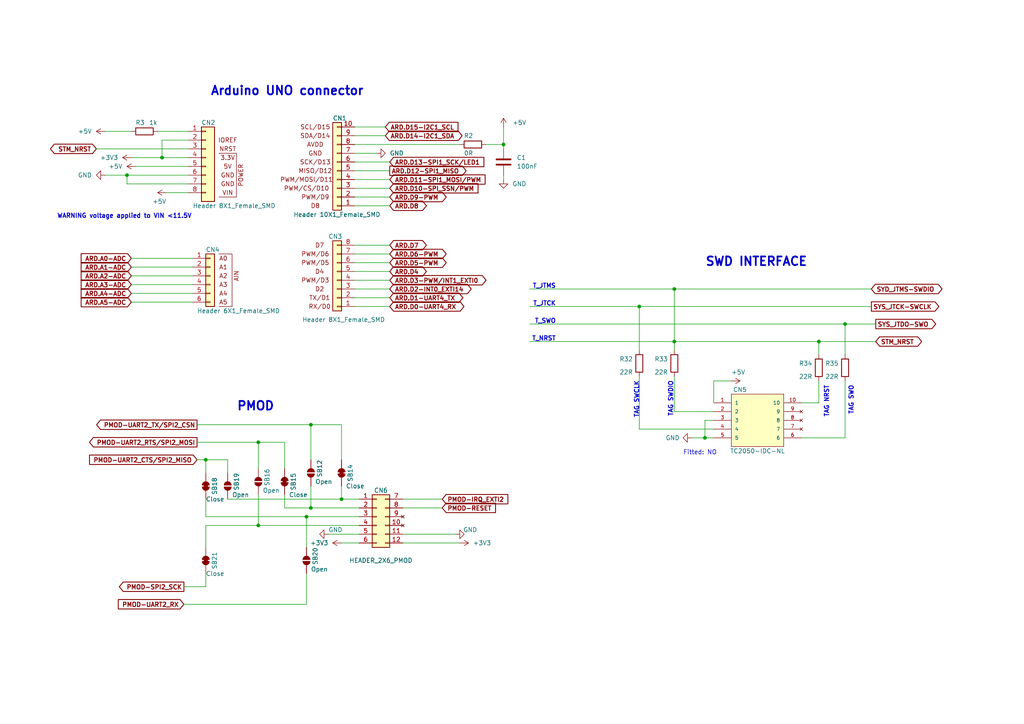
<source format=kicad_sch>
(kicad_sch (version 20211123) (generator eeschema)
  (paper "A4")
  (lib_symbols
    (symbol "+5V_1" (power) (pin_names (offset 0))
      (property "Value" "+5V_1" (at 0 3.556 0))
      (symbol "+5V_1_0_1"
        (polyline (pts (xy -0.762 1.27) (xy 0 2.54)))
        (polyline (pts (xy 0 0) (xy 0 2.54)))
        (polyline (pts (xy 0 2.54) (xy 0.762 1.27)))
      )
      (symbol "+5V_1_1_1"
        (pin power_in line (at 0 0 90) (length 0) hide (name "+5V") (number "1"))
      )
    )
    (symbol "+5V_2" (power) (pin_names (offset 0))
      (property "Value" "+5V_2" (at -3.81 0.0001 90))
      (symbol "+5V_2_0_1"
        (polyline (pts (xy -0.762 1.27) (xy 0 2.54)))
        (polyline (pts (xy 0 0) (xy 0 2.54)))
        (polyline (pts (xy 0 2.54) (xy 0.762 1.27)))
      )
      (symbol "+5V_2_1_1"
        (pin power_in line (at 0 0 90) (length 0) hide (name "+5V") (number "1"))
      )
    )
    (symbol "+5V_3" (power) (pin_names (offset 0))
      (property "Value" "+5V_3" (at 2.54 1.2701 0))
      (symbol "+5V_3_0_1"
        (polyline (pts (xy -0.762 1.27) (xy 0 2.54)))
        (polyline (pts (xy 0 0) (xy 0 2.54)))
        (polyline (pts (xy 0 2.54) (xy 0.762 1.27)))
      )
      (symbol "+5V_3_1_1"
        (pin power_in line (at 0 0 90) (length 0) hide (name "+5V") (number "1"))
      )
    )
    (symbol "+5V_4" (power) (pin_names (offset 0))
      (property "Value" "+5V_4" (at 3.81 0.0001 90))
      (symbol "+5V_4_0_1"
        (polyline (pts (xy -0.762 1.27) (xy 0 2.54)))
        (polyline (pts (xy 0 0) (xy 0 2.54)))
        (polyline (pts (xy 0 2.54) (xy 0.762 1.27)))
      )
      (symbol "+5V_4_1_1"
        (pin power_in line (at 0 0 90) (length 0) hide (name "+5V") (number "1"))
      )
    )
    (symbol "Conn_01x08_1" (pin_names (offset 1.016) hide)
      (property "Reference" "CN4" (at -2.54 10.16 0))
      (property "Value" "Header 8X1_Female_SMD" (at -6.35 -12.7 0))
      (symbol "Conn_01x08_1_0_0"
        (text "D2" (at -5.08 -5.08 0) (effects (font (size 1.27 1.27))))
        (text "D4" (at -5.08 0 0) (effects (font (size 1.27 1.27))))
        (text "D7" (at -5.08 7.62 0) (effects (font (size 1.27 1.27))))
        (text "PWM/D3" (at -6.35 -2.54 0) (effects (font (size 1.27 1.27))))
        (text "PWM/D5" (at -6.35 2.54 0) (effects (font (size 1.27 1.27))))
        (text "PWM/D6" (at -6.35 5.08 0) (effects (font (size 1.27 1.27))))
        (text "RX/D0" (at -5.08 -10.16 0) (effects (font (size 1.27 1.27))))
        (text "TX/D1" (at -5.08 -7.62 0) (effects (font (size 1.27 1.27))))
      )
      (symbol "Conn_01x08_1_1_1"
        (rectangle (start -1.27 8.89) (end 1.27 -11.43) (stroke (width 0.254)) (fill (type background)))
        (rectangle (start 0 -10.287) (end 1.27 -10.033) (stroke (width 0.1524)))
        (rectangle (start 0 -7.747) (end 1.27 -7.493) (stroke (width 0.1524)))
        (rectangle (start 0 -5.207) (end 1.27 -4.953) (stroke (width 0.1524)))
        (rectangle (start 0 -2.667) (end 1.27 -2.413) (stroke (width 0.1524)))
        (rectangle (start 0 -0.127) (end 1.27 0.127) (stroke (width 0.1524)))
        (rectangle (start 0 2.413) (end 1.27 2.667) (stroke (width 0.1524)))
        (rectangle (start 0 4.953) (end 1.27 5.207) (stroke (width 0.1524)))
        (rectangle (start 0 7.493) (end 1.27 7.747) (stroke (width 0.1524)))
        (pin output line (at 5.08 -10.16 180) (length 3.81) (name "Pin_1") (number "1"))
        (pin input line (at 5.08 -7.62 180) (length 3.81) (name "Pin_2") (number "2"))
        (pin bidirectional line (at 5.08 -5.08 180) (length 3.81) (name "Pin_3") (number "3"))
        (pin bidirectional line (at 5.08 -2.54 180) (length 3.81) (name "Pin_4") (number "4"))
        (pin bidirectional line (at 5.08 0 180) (length 3.81) (name "Pin_5") (number "5"))
        (pin bidirectional line (at 5.08 2.54 180) (length 3.81) (name "Pin_6") (number "6"))
        (pin bidirectional line (at 5.08 5.08 180) (length 3.81) (name "Pin_7") (number "7"))
        (pin bidirectional line (at 5.08 7.62 180) (length 3.81) (name "Pin_8") (number "8"))
      )
    )
    (symbol "Connector_Generic:Conn_01x06" (pin_names (offset 1.016) hide)
      (property "Reference" "CN4" (at -1.27 7.62 0))
      (property "Value" "Header 6X1_Female_SMD" (at -3.81 -10.16 0))
      (symbol "Conn_01x06_0_0"
        (polyline (pts (xy 2.54 6.35) (xy 6.35 6.35) (xy 6.35 -8.89) (xy 2.54 -8.89)))
        (text "A0" (at 3.81 5.08 0) (effects (font (size 1.27 1.27))))
        (text "A1" (at 3.81 2.54 0) (effects (font (size 1.27 1.27))))
        (text "A2" (at 3.81 0 0) (effects (font (size 1.27 1.27))))
        (text "A3" (at 3.81 -2.54 0) (effects (font (size 1.27 1.27))))
        (text "A4" (at 3.81 -5.08 0) (effects (font (size 1.27 1.27))))
        (text "A5" (at 3.81 -7.62 0) (effects (font (size 1.27 1.27))))
        (text "AIN" (at 7.62 0 900) (effects (font (size 1.27 1.27))))
      )
      (symbol "Conn_01x06_1_1"
        (rectangle (start -1.27 -7.493) (end 0 -7.747) (stroke (width 0.1524)))
        (rectangle (start -1.27 -4.953) (end 0 -5.207) (stroke (width 0.1524)))
        (rectangle (start -1.27 -2.413) (end 0 -2.667) (stroke (width 0.1524)))
        (rectangle (start -1.27 0.127) (end 0 -0.127) (stroke (width 0.1524)))
        (rectangle (start -1.27 2.667) (end 0 2.413) (stroke (width 0.1524)))
        (rectangle (start -1.27 5.207) (end 0 4.953) (stroke (width 0.1524)))
        (rectangle (start -1.27 6.35) (end 1.27 -8.89) (stroke (width 0.254)) (fill (type background)))
        (pin input line (at -5.08 5.08 0) (length 3.81) (name "Pin_1") (number "1"))
        (pin input line (at -5.08 2.54 0) (length 3.81) (name "Pin_2") (number "2"))
        (pin input line (at -5.08 0 0) (length 3.81) (name "Pin_3") (number "3"))
        (pin input line (at -5.08 -2.54 0) (length 3.81) (name "Pin_4") (number "4"))
        (pin input line (at -5.08 -5.08 0) (length 3.81) (name "Pin_5") (number "5"))
        (pin input line (at -5.08 -7.62 0) (length 3.81) (name "Pin_6") (number "6"))
      )
    )
    (symbol "Connector_Generic:Conn_01x08" (pin_names (offset 1.016) hide)
      (property "Reference" "CN1" (at -1.27 10.16 0))
      (property "Value" "Header 8X1_Female_SMD" (at -3.81 -13.97 0))
      (symbol "Conn_01x08_0_0"
        (polyline (pts (xy 3.81 1.27) (xy 8.89 1.27) (xy 8.89 -11.43) (xy 3.81 -11.43)))
        (text "3.3V" (at 6.35 0 0) (effects (font (size 1.27 1.27))))
        (text "5V" (at 6.35 -2.54 0) (effects (font (size 1.27 1.27))))
        (text "GND" (at 6.35 -7.62 0) (effects (font (size 1.27 1.27))))
        (text "GND" (at 6.35 -5.08 0) (effects (font (size 1.27 1.27))))
        (text "IOREF" (at 6.35 5.08 0) (effects (font (size 1.27 1.27))))
        (text "NRST" (at 6.35 2.54 0) (effects (font (size 1.27 1.27))))
        (text "POWER" (at 10.16 -5.08 900) (effects (font (size 1.27 1.27))))
        (text "VIN" (at 6.35 -10.16 0) (effects (font (size 1.27 1.27))))
      )
      (symbol "Conn_01x08_1_1"
        (rectangle (start -1.27 -10.033) (end 0 -10.287) (stroke (width 0.1524)))
        (rectangle (start -1.27 -7.493) (end 0 -7.747) (stroke (width 0.1524)))
        (rectangle (start -1.27 -4.953) (end 0 -5.207) (stroke (width 0.1524)))
        (rectangle (start -1.27 -2.413) (end 0 -2.667) (stroke (width 0.1524)))
        (rectangle (start -1.27 0.127) (end 0 -0.127) (stroke (width 0.1524)))
        (rectangle (start -1.27 2.667) (end 0 2.413) (stroke (width 0.1524)))
        (rectangle (start -1.27 5.207) (end 0 4.953) (stroke (width 0.1524)))
        (rectangle (start -1.27 7.747) (end 0 7.493) (stroke (width 0.1524)))
        (rectangle (start -1.27 8.89) (end 2.54 -12.7) (stroke (width 0.254)) (fill (type background)))
        (pin input line (at -5.08 7.62 0) (length 3.81) (name "Pin_1") (number "1"))
        (pin input line (at -5.08 5.08 0) (length 3.81) (name "IOREF") (number "2"))
        (pin bidirectional line (at -5.08 2.54 0) (length 3.81) (name "NRST") (number "3"))
        (pin input line (at -5.08 0 0) (length 3.81) (name "3V3") (number "4"))
        (pin input line (at -5.08 -2.54 0) (length 3.81) (name "Pin_5") (number "5"))
        (pin input line (at -5.08 -5.08 0) (length 3.81) (name "Pin_6") (number "6"))
        (pin input line (at -5.08 -7.62 0) (length 3.81) (name "GND") (number "7"))
        (pin input line (at -5.08 -10.16 0) (length 3.81) (name "VIN") (number "8"))
      )
    )
    (symbol "Connector_Generic:Conn_01x10" (pin_names (offset 1.016) hide)
      (property "Reference" "CN1" (at -1.27 12.7 0))
      (property "Value" "Header 10X1_Female_SMD" (at -3.81 -15.24 0))
      (symbol "Conn_01x10_0_0"
        (text "AVDD" (at -6.35 5.08 0) (effects (font (size 1.27 1.27))))
        (text "D8" (at -6.35 -12.7 0) (effects (font (size 1.27 1.27))))
        (text "GND" (at -6.35 2.54 0) (effects (font (size 1.27 1.27))))
        (text "MISO/D12" (at -6.35 -2.54 0) (effects (font (size 1.27 1.27))))
        (text "PWM/CS/D10" (at -8.89 -7.62 0) (effects (font (size 1.27 1.27))))
        (text "PWM/D9" (at -6.35 -10.16 0) (effects (font (size 1.27 1.27))))
        (text "PWM/MOSI/D11" (at -8.89 -5.08 0) (effects (font (size 1.27 1.27))))
        (text "SCK/D13" (at -6.35 0 0) (effects (font (size 1.27 1.27))))
        (text "SCL/D15" (at -6.35 10.16 0) (effects (font (size 1.27 1.27))))
        (text "SDA/D14" (at -6.35 7.62 0) (effects (font (size 1.27 1.27))))
      )
      (symbol "Conn_01x10_1_1"
        (rectangle (start -1.27 11.43) (end 1.27 -13.97) (stroke (width 0.254)) (fill (type background)))
        (rectangle (start 0 -12.827) (end 1.27 -12.573) (stroke (width 0.1524)))
        (rectangle (start 0 -10.287) (end 1.27 -10.033) (stroke (width 0.1524)))
        (rectangle (start 0 -7.747) (end 1.27 -7.493) (stroke (width 0.1524)))
        (rectangle (start 0 -5.207) (end 1.27 -4.953) (stroke (width 0.1524)))
        (rectangle (start 0 -2.667) (end 1.27 -2.413) (stroke (width 0.1524)))
        (rectangle (start 0 -0.127) (end 1.27 0.127) (stroke (width 0.1524)))
        (rectangle (start 0 2.413) (end 1.27 2.667) (stroke (width 0.1524)))
        (rectangle (start 0 4.953) (end 1.27 5.207) (stroke (width 0.1524)))
        (rectangle (start 0 7.493) (end 1.27 7.747) (stroke (width 0.1524)))
        (rectangle (start 0 10.033) (end 1.27 10.287) (stroke (width 0.1524)))
        (pin bidirectional line (at 5.08 -12.7 180) (length 3.81) (name "Pin_1") (number "1"))
        (pin input line (at 5.08 10.16 180) (length 3.81) (name "Pin_10") (number "10"))
        (pin bidirectional line (at 5.08 -10.16 180) (length 3.81) (name "Pin_2") (number "2"))
        (pin input line (at 5.08 -7.62 180) (length 3.81) (name "Pin_3") (number "3"))
        (pin input line (at 5.08 -5.08 180) (length 3.81) (name "Pin_4") (number "4"))
        (pin output line (at 5.08 -2.54 180) (length 3.81) (name "Pin_5") (number "5"))
        (pin input line (at 5.08 0 180) (length 3.81) (name "Pin_6") (number "6"))
        (pin input line (at 5.08 2.54 180) (length 3.81) (name "Pin_7") (number "7"))
        (pin input line (at 5.08 5.08 180) (length 3.81) (name "Pin_8") (number "8"))
        (pin bidirectional line (at 5.08 7.62 180) (length 3.81) (name "Pin_9") (number "9"))
      )
    )
    (symbol "Connector_Generic:Conn_02x06_Top_Bottom" (pin_names (offset 1.016) hide)
      (property "Reference" "CN10" (at 1.27 7.62 0))
      (property "Value" "HEADER_2X6_PMOD" (at 1.27 -12.7 0))
      (symbol "Conn_02x06_Top_Bottom_1_1"
        (rectangle (start -1.27 -7.493) (end 0 -7.747) (stroke (width 0.1524)))
        (rectangle (start -1.27 -4.953) (end 0 -5.207) (stroke (width 0.1524)))
        (rectangle (start -1.27 -2.413) (end 0 -2.667) (stroke (width 0.1524)))
        (rectangle (start -1.27 0.127) (end 0 -0.127) (stroke (width 0.1524)))
        (rectangle (start -1.27 2.667) (end 0 2.413) (stroke (width 0.1524)))
        (rectangle (start -1.27 5.207) (end 0 4.953) (stroke (width 0.1524)))
        (rectangle (start -1.27 6.35) (end 3.81 -8.89) (stroke (width 0.254)) (fill (type background)))
        (rectangle (start 3.81 -7.493) (end 2.54 -7.747) (stroke (width 0.1524)))
        (rectangle (start 3.81 -4.953) (end 2.54 -5.207) (stroke (width 0.1524)))
        (rectangle (start 3.81 -2.413) (end 2.54 -2.667) (stroke (width 0.1524)))
        (rectangle (start 3.81 0.127) (end 2.54 -0.127) (stroke (width 0.1524)))
        (rectangle (start 3.81 2.667) (end 2.54 2.413) (stroke (width 0.1524)))
        (rectangle (start 3.81 5.207) (end 2.54 4.953) (stroke (width 0.1524)))
        (pin passive line (at -5.08 5.08 0) (length 3.81) (name "Pin_1") (number "1"))
        (pin no_connect line (at 7.62 -2.54 180) (length 3.81) (name "Pin_10") (number "10"))
        (pin passive line (at 7.62 -5.08 180) (length 3.81) (name "Pin_11") (number "11"))
        (pin passive line (at 7.62 -7.62 180) (length 3.81) (name "Pin_12") (number "12"))
        (pin passive line (at -5.08 2.54 0) (length 3.81) (name "Pin_2") (number "2"))
        (pin passive line (at -5.08 0 0) (length 3.81) (name "Pin_3") (number "3"))
        (pin passive line (at -5.08 -2.54 0) (length 3.81) (name "Pin_4") (number "4"))
        (pin passive line (at -5.08 -5.08 0) (length 3.81) (name "Pin_5") (number "5"))
        (pin passive line (at -5.08 -7.62 0) (length 3.81) (name "Pin_6") (number "6"))
        (pin passive line (at 7.62 5.08 180) (length 3.81) (name "Pin_7") (number "7"))
        (pin passive line (at 7.62 2.54 180) (length 3.81) (name "Pin_8") (number "8"))
        (pin no_connect line (at 7.62 0 180) (length 3.81) (name "Pin_9") (number "9"))
      )
    )
    (symbol "Device:C" (pin_numbers hide) (pin_names (offset 0.254))
      (property "Reference" "C" (at 0.635 2.54 0))
      (property "Value" "C" (at 0.635 -2.54 0))
      (symbol "C_0_1"
        (polyline (pts (xy -2.032 -0.762) (xy 2.032 -0.762)) (stroke (width 0.508)))
        (polyline (pts (xy -2.032 0.762) (xy 2.032 0.762)) (stroke (width 0.508)))
      )
      (symbol "C_1_1"
        (pin passive line (at 0 3.81 270) (length 2.794) (name "~") (number "1"))
        (pin passive line (at 0 -3.81 90) (length 2.794) (name "~") (number "2"))
      )
    )
    (symbol "Device:R" (pin_numbers hide) (pin_names (offset 0))
      (property "Reference" "R" (at 2.032 0 90))
      (property "Value" "R" (at 0 0 90))
      (symbol "R_0_1"
        (rectangle (start -1.016 -2.54) (end 1.016 2.54) (stroke (width 0.254)))
      )
      (symbol "R_1_1"
        (pin passive line (at 0 3.81 270) (length 1.27) (name "~") (number "1"))
        (pin passive line (at 0 -3.81 90) (length 1.27) (name "~") (number "2"))
      )
    )
    (symbol "Jumper:SolderJumper_2_Bridged" (pin_names (offset 0) hide)
      (property "Reference" "SB18" (at 2.54 2.54 0))
      (property "Value" "Close" (at 0 -3.81 90))
      (symbol "SolderJumper_2_Bridged_0_1"
        (rectangle (start -0.508 0.508) (end 0.508 -0.508) (fill (type outline)))
        (arc (start -0.254 1.016) (mid -1.27 0) (end -0.254 -1.016))
        (arc (start -0.254 1.016) (mid -1.27 0) (end -0.254 -1.016) (fill (type outline)))
        (polyline (pts (xy -0.254 1.016) (xy -0.254 -1.016)))
        (polyline (pts (xy 0.254 1.016) (xy 0.254 -1.016)))
        (arc (start 0.254 -1.016) (mid 1.27 0) (end 0.254 1.016))
        (arc (start 0.254 -1.016) (mid 1.27 0) (end 0.254 1.016) (fill (type outline)))
      )
      (symbol "SolderJumper_2_Bridged_1_1"
        (pin passive line (at -3.81 0 0) (length 2.54) (name "A") (number ""))
        (pin passive line (at 3.81 0 180) (length 2.54) (name "B") (number ""))
      )
    )
    (symbol "SolderJumper_2_Open_1" (pin_names (offset 0) hide)
      (property "Reference" "SB19" (at 2.54 3.81 0))
      (property "Value" "SolderJumper_2_Open_1" (at 2.54 -2.54 90))
      (symbol "SolderJumper_2_Open_1_0_1"
        (arc (start -0.254 1.016) (mid -1.27 0) (end -0.254 -1.016))
        (arc (start -0.254 1.016) (mid -1.27 0) (end -0.254 -1.016) (fill (type outline)))
        (polyline (pts (xy -0.254 1.016) (xy -0.254 -1.016)))
        (polyline (pts (xy 0.254 1.016) (xy 0.254 -1.016)))
        (arc (start 0.254 -1.016) (mid 1.27 0) (end 0.254 1.016))
        (arc (start 0.254 -1.016) (mid 1.27 0) (end 0.254 1.016) (fill (type outline)))
      )
      (symbol "SolderJumper_2_Open_1_1_1"
        (pin passive line (at -3.81 0 0) (length 2.54) (name "A") (number ""))
        (pin passive line (at 3.81 0 180) (length 2.54) (name "B") (number ""))
      )
    )
    (symbol "SolderJumper_2_Open_2" (pin_names (offset 0) hide)
      (property "Reference" "SB16" (at 3.81 2.54 0))
      (property "Value" "SolderJumper_2_Open_2" (at 2.54 -3.81 90))
      (symbol "SolderJumper_2_Open_2_0_1"
        (arc (start -0.254 1.016) (mid -1.27 0) (end -0.254 -1.016))
        (arc (start -0.254 1.016) (mid -1.27 0) (end -0.254 -1.016) (fill (type outline)))
        (polyline (pts (xy -0.254 1.016) (xy -0.254 -1.016)))
        (polyline (pts (xy 0.254 1.016) (xy 0.254 -1.016)))
        (arc (start 0.254 -1.016) (mid 1.27 0) (end 0.254 1.016))
        (arc (start 0.254 -1.016) (mid 1.27 0) (end 0.254 1.016) (fill (type outline)))
      )
      (symbol "SolderJumper_2_Open_2_1_1"
        (pin passive line (at -3.81 0 0) (length 2.54) (name "A") (number ""))
        (pin passive line (at 3.81 0 180) (length 2.54) (name "B") (number ""))
      )
    )
    (symbol "TC2050-IDC-NL:TC2050-IDC-NL" (pin_names (offset 1.016))
      (property "Reference" "CN5" (at -5.08 8.89 0))
      (property "Value" "TC2050-IDC-NL" (at 0 -8.89 0))
      (symbol "TC2050-IDC-NL_0_0"
        (rectangle (start -7.62 -7.62) (end 7.62 7.62) (stroke (width 0.1524)) (fill (type background)))
        (pin passive line (at -12.7 5.08 0) (length 5.08) (name "1") (number "1"))
        (pin passive line (at 12.7 5.08 180) (length 5.08) (name "10") (number "10"))
        (pin passive line (at -12.7 2.54 0) (length 5.08) (name "2") (number "2"))
        (pin passive line (at -12.7 0 0) (length 5.08) (name "3") (number "3"))
        (pin passive line (at -12.7 -2.54 0) (length 5.08) (name "4") (number "4"))
        (pin passive line (at -12.7 -5.08 0) (length 5.08) (name "5") (number "5"))
        (pin input line (at 12.7 -5.08 180) (length 5.08) (name "6") (number "6"))
        (pin no_connect line (at 12.7 -2.54 180) (length 5.08) (name "7") (number "7"))
        (pin no_connect line (at 12.7 0 180) (length 5.08) (name "8") (number "8"))
        (pin no_connect line (at 12.7 2.54 180) (length 5.08) (name "9") (number "9"))
      )
    )
    (symbol "power:+3V3" (power) (pin_names (offset 0))
      (property "Value" "+3V3" (at 0 3.556 0))
      (symbol "+3V3_0_1"
        (polyline (pts (xy -0.762 1.27) (xy 0 2.54)))
        (polyline (pts (xy 0 0) (xy 0 2.54)))
        (polyline (pts (xy 0 2.54) (xy 0.762 1.27)))
      )
      (symbol "+3V3_1_1"
        (pin power_in line (at 0 0 90) (length 0) hide (name "+3V3") (number "1"))
      )
    )
    (symbol "power:+5V" (power) (pin_names (offset 0))
      (property "Value" "5V_ARD" (at -3.81 0.0001 90))
      (symbol "+5V_0_1"
        (polyline (pts (xy -0.762 1.27) (xy 0 2.54)))
        (polyline (pts (xy 0 0) (xy 0 2.54)))
        (polyline (pts (xy 0 2.54) (xy 0.762 1.27)))
      )
      (symbol "+5V_1_1"
        (pin power_in line (at 0 0 90) (length 0) hide (name "+5V") (number "1"))
      )
    )
    (symbol "power:GND" (power) (pin_names (offset 0))
      (property "Value" "GND" (at 0 -3.81 0))
      (symbol "GND_0_1"
        (polyline (pts (xy 0 0) (xy 0 -1.27) (xy 1.27 -1.27) (xy 0 -2.54) (xy -1.27 -1.27) (xy 0 -1.27)))
      )
      (symbol "GND_1_1"
        (pin power_in line (at 0 0 270) (length 0) hide (name "GND") (number "1"))
      )
    )
  )
  (junction (at 74.93 128.27))
  (junction (at 99.06 144.78))
  (junction (at 195.58 99.06))
  (junction (at 204.47 127))
  (junction (at 245.11 93.98))
  (junction (at 74.93 152.4))
  (junction (at 90.17 123.19))
  (junction (at 88.9 149.86))
  (junction (at 36.83 50.8))
  (junction (at 185.42 88.9))
  (junction (at 59.69 133.35))
  (junction (at 46.99 45.72))
  (junction (at 146.05 41.91))
  (junction (at 195.58 83.82))
  (junction (at 90.17 147.32))
  (junction (at 237.49 99.06))
  (wire (pts (xy 66.04 133.35) (xy 66.04 137.16)))
  (wire (pts (xy 195.58 119.38) (xy 207.01 119.38)))
  (wire (pts (xy 90.17 147.32) (xy 104.14 147.32)))
  (wire (pts (xy 237.49 99.06) (xy 237.49 102.87)))
  (wire (pts (xy 54.61 43.18) (xy 27.94 43.18)))
  (wire (pts (xy 102.87 41.91) (xy 133.35 41.91)))
  (wire (pts (xy 88.9 149.86) (xy 104.14 149.86)))
  (wire (pts (xy 99.06 133.35) (xy 99.06 123.19)))
  (wire (pts (xy 195.58 101.6) (xy 195.58 99.06)))
  (wire (pts (xy 153.67 83.82) (xy 195.58 83.82)))
  (wire (pts (xy 204.47 121.92) (xy 204.47 127)))
  (wire (pts (xy 102.87 39.37) (xy 111.76 39.37)))
  (wire (pts (xy 66.04 144.78) (xy 99.06 144.78)))
  (wire (pts (xy 102.87 86.36) (xy 113.03 86.36)))
  (wire (pts (xy 38.1 45.72) (xy 46.99 45.72)))
  (wire (pts (xy 195.58 109.22) (xy 195.58 119.38)))
  (wire (pts (xy 207.01 110.49) (xy 212.09 110.49)))
  (wire (pts (xy 200.66 127) (xy 204.47 127)))
  (wire (pts (xy 88.9 166.37) (xy 88.9 175.26)))
  (wire (pts (xy 59.69 133.35) (xy 66.04 133.35)))
  (wire (pts (xy 30.48 38.1) (xy 38.1 38.1)))
  (wire (pts (xy 195.58 83.82) (xy 195.58 99.06)))
  (wire (pts (xy 82.55 143.51) (xy 82.55 147.32)))
  (wire (pts (xy 153.67 88.9) (xy 185.42 88.9)))
  (wire (pts (xy 30.48 50.8) (xy 36.83 50.8)))
  (wire (pts (xy 36.83 50.8) (xy 54.61 50.8)))
  (wire (pts (xy 90.17 140.97) (xy 90.17 147.32)))
  (wire (pts (xy 38.1 77.47) (xy 55.88 77.47)))
  (wire (pts (xy 45.72 38.1) (xy 54.61 38.1)))
  (wire (pts (xy 146.05 41.91) (xy 146.05 43.18)))
  (wire (pts (xy 95.25 154.94) (xy 104.14 154.94)))
  (wire (pts (xy 153.67 93.98) (xy 245.11 93.98)))
  (wire (pts (xy 59.69 149.86) (xy 88.9 149.86)))
  (wire (pts (xy 57.15 133.35) (xy 59.69 133.35)))
  (wire (pts (xy 38.1 82.55) (xy 55.88 82.55)))
  (wire (pts (xy 102.87 76.2) (xy 113.03 76.2)))
  (wire (pts (xy 102.87 78.74) (xy 113.03 78.74)))
  (wire (pts (xy 116.84 154.94) (xy 132.08 154.94)))
  (wire (pts (xy 207.01 116.84) (xy 207.01 110.49)))
  (wire (pts (xy 48.26 55.88) (xy 54.61 55.88)))
  (wire (pts (xy 232.41 127) (xy 245.11 127)))
  (wire (pts (xy 102.87 81.28) (xy 113.03 81.28)))
  (wire (pts (xy 116.84 157.48) (xy 133.35 157.48)))
  (wire (pts (xy 57.15 128.27) (xy 74.93 128.27)))
  (wire (pts (xy 102.87 46.99) (xy 113.03 46.99)))
  (wire (pts (xy 90.17 123.19) (xy 99.06 123.19)))
  (wire (pts (xy 82.55 135.89) (xy 82.55 128.27)))
  (wire (pts (xy 102.87 44.45) (xy 109.22 44.45)))
  (wire (pts (xy 38.1 85.09) (xy 55.88 85.09)))
  (wire (pts (xy 38.1 74.93) (xy 55.88 74.93)))
  (wire (pts (xy 245.11 93.98) (xy 245.11 102.87)))
  (wire (pts (xy 74.93 152.4) (xy 104.14 152.4)))
  (wire (pts (xy 146.05 52.07) (xy 146.05 50.8)))
  (wire (pts (xy 245.11 110.49) (xy 245.11 127)))
  (wire (pts (xy 153.67 99.06) (xy 195.58 99.06)))
  (wire (pts (xy 102.87 73.66) (xy 113.03 73.66)))
  (wire (pts (xy 185.42 124.46) (xy 207.01 124.46)))
  (wire (pts (xy 46.99 45.72) (xy 54.61 45.72)))
  (wire (pts (xy 140.97 41.91) (xy 146.05 41.91)))
  (wire (pts (xy 39.37 48.26) (xy 54.61 48.26)))
  (wire (pts (xy 204.47 127) (xy 207.01 127)))
  (wire (pts (xy 116.84 144.78) (xy 128.27 144.78)))
  (wire (pts (xy 102.87 88.9) (xy 113.03 88.9)))
  (wire (pts (xy 59.69 144.78) (xy 59.69 149.86)))
  (wire (pts (xy 54.61 40.64) (xy 46.99 40.64)))
  (wire (pts (xy 99.06 157.48) (xy 104.14 157.48)))
  (wire (pts (xy 59.69 152.4) (xy 74.93 152.4)))
  (wire (pts (xy 237.49 110.49) (xy 237.49 116.84)))
  (wire (pts (xy 53.34 175.26) (xy 88.9 175.26)))
  (wire (pts (xy 102.87 83.82) (xy 113.03 83.82)))
  (wire (pts (xy 99.06 144.78) (xy 104.14 144.78)))
  (wire (pts (xy 195.58 83.82) (xy 252.73 83.82)))
  (wire (pts (xy 185.42 88.9) (xy 252.73 88.9)))
  (wire (pts (xy 54.61 53.34) (xy 36.83 53.34)))
  (wire (pts (xy 46.99 40.64) (xy 46.99 45.72)))
  (wire (pts (xy 102.87 36.83) (xy 111.76 36.83)))
  (wire (pts (xy 185.42 101.6) (xy 185.42 88.9)))
  (wire (pts (xy 36.83 50.8) (xy 36.83 53.34)))
  (wire (pts (xy 82.55 147.32) (xy 90.17 147.32)))
  (wire (pts (xy 102.87 71.12) (xy 113.03 71.12)))
  (wire (pts (xy 245.11 93.98) (xy 254 93.98)))
  (wire (pts (xy 88.9 149.86) (xy 88.9 158.75)))
  (wire (pts (xy 237.49 99.06) (xy 254 99.06)))
  (wire (pts (xy 38.1 87.63) (xy 55.88 87.63)))
  (wire (pts (xy 102.87 54.61) (xy 113.03 54.61)))
  (wire (pts (xy 102.87 57.15) (xy 113.03 57.15)))
  (wire (pts (xy 74.93 128.27) (xy 82.55 128.27)))
  (wire (pts (xy 59.69 158.75) (xy 59.69 152.4)))
  (wire (pts (xy 90.17 123.19) (xy 90.17 133.35)))
  (wire (pts (xy 102.87 52.07) (xy 113.03 52.07)))
  (wire (pts (xy 74.93 143.51) (xy 74.93 152.4)))
  (wire (pts (xy 207.01 121.92) (xy 204.47 121.92)))
  (wire (pts (xy 146.05 36.83) (xy 146.05 41.91)))
  (wire (pts (xy 59.69 166.37) (xy 59.69 170.18)))
  (wire (pts (xy 185.42 109.22) (xy 185.42 124.46)))
  (wire (pts (xy 38.1 80.01) (xy 55.88 80.01)))
  (wire (pts (xy 102.87 49.53) (xy 113.03 49.53)))
  (wire (pts (xy 57.15 123.19) (xy 90.17 123.19)))
  (wire (pts (xy 232.41 116.84) (xy 237.49 116.84)))
  (wire (pts (xy 99.06 140.97) (xy 99.06 144.78)))
  (wire (pts (xy 195.58 99.06) (xy 237.49 99.06)))
  (wire (pts (xy 102.87 59.69) (xy 113.03 59.69)))
  (wire (pts (xy 53.34 170.18) (xy 59.69 170.18)))
  (wire (pts (xy 74.93 128.27) (xy 74.93 135.89)))
  (wire (pts (xy 116.84 147.32) (xy 128.27 147.32)))
  (wire (pts (xy 59.69 133.35) (xy 59.69 137.16)))
  (text "WARNING voltage applied to VIN <11.5V" (at 16.51 63.5 0) (effects (font (size 1.27 1.27) bold) (justify left bottom)))
  (text "T_JTCK" (at 161.29 88.9 180) (effects (font (size 1.27 1.27) (thickness 0.254) bold) (justify right bottom)))
  (text "Arduino UNO connector" (at 60.96 27.94 0) (effects (font (size 2.5 2.5) (thickness 0.5) bold) (justify left bottom)))
  (text "TAG SWDIO\n\n\n" (at 199.39 110.49 270) (effects (font (size 1.27 1.27) (thickness 0.254) bold) (justify right bottom)))
  (text "T_JTMS\n" (at 161.29 83.82 180) (effects (font (size 1.27 1.27) (thickness 0.254) bold) (justify right bottom)))
  (text "TAG SWO\n" (at 247.65 111.76 270) (effects (font (size 1.27 1.27) (thickness 0.254) bold) (justify right bottom)))
  (text "TAG NRST\n\n" (at 242.57 111.76 270) (effects (font (size 1.27 1.27) (thickness 0.254) bold) (justify right bottom)))
  (text "PMOD\n" (at 68.58 119.38 0) (effects (font (size 2.5 2.5) (thickness 0.5) bold) (justify left bottom)))
  (text "SWD INTERFACE" (at 204.47 77.47 0) (effects (font (size 2.5 2.5) (thickness 0.5) bold) (justify left bottom)))
  (text "Fitted: NO" (at 198.12 132.08 0) (effects (font (size 1.27 1.27)) (justify left bottom)))
  (text "T_NRST\n" (at 161.29 99.06 180) (effects (font (size 1.27 1.27) (thickness 0.254) bold) (justify right bottom)))
  (text "T_SWO\n" (at 161.29 93.98 180) (effects (font (size 1.27 1.27) (thickness 0.254) bold) (justify right bottom)))
  (text "TAG SWCLK\n" (at 185.42 110.49 270) (effects (font (size 1.27 1.27) (thickness 0.254) bold) (justify right bottom)))
  (global_label "PMOD-UART2_CTS{slash}SPI2_MISO" (shape input) (at 57.15 133.35 180) (effects (font (thickness 0.254) bold)) (property "Intersheet References" "${INTERSHEET_REFS}" (effects hide)))
  (global_label "PMOD-UART2_RTS{slash}SPI2_MOSI" (shape output) (at 57.15 128.27 180) (effects (font (thickness 0.254) bold)) (property "Intersheet References" "${INTERSHEET_REFS}" (effects hide)))
  (global_label "PMOD-IRQ_EXTI2" (shape input) (at 128.27 144.78 0) (effects (font (thickness 0.254) bold)) (property "Intersheet References" "${INTERSHEET_REFS}" (effects hide)))
  (global_label "ARD.A5-ADC" (shape input) (at 38.1 87.63 180) (effects (font (thickness 0.254) bold)) (property "Intersheet References" "${INTERSHEET_REFS}" (effects hide)))
  (global_label "ARD.A4-ADC" (shape input) (at 38.1 85.09 180) (effects (font (thickness 0.254) bold)) (property "Intersheet References" "${INTERSHEET_REFS}" (effects hide)))
  (global_label "PMOD-RESET" (shape input) (at 128.27 147.32 0) (effects (font (thickness 0.254) bold)) (property "Intersheet References" "${INTERSHEET_REFS}" (effects hide)))
  (global_label "ARD.D11-SPI1_MOSI{slash}PWM" (shape input) (at 113.03 52.07 0) (effects (font (thickness 0.254) bold)) (property "Intersheet References" "${INTERSHEET_REFS}" (effects hide)))
  (global_label "PMOD-UART2_RX" (shape input) (at 53.34 175.26 180) (effects (font (thickness 0.254) bold)) (property "Intersheet References" "${INTERSHEET_REFS}" (effects hide)))
  (global_label "ARD.D13-SPI1_SCK{slash}LED1" (shape input) (at 113.03 46.99 0) (effects (font (thickness 0.254) bold)) (property "Intersheet References" "${INTERSHEET_REFS}" (effects hide)))
  (global_label "ARD.D5-PWM" (shape bidirectional) (at 113.03 76.2 0) (effects (font (thickness 0.254) bold)) (property "Intersheet References" "${INTERSHEET_REFS}" (effects hide)))
  (global_label "PMOD-SPI2_SCK" (shape output) (at 53.34 170.18 180) (effects (font (thickness 0.254) bold)) (property "Intersheet References" "${INTERSHEET_REFS}" (effects hide)))
  (global_label "ARD.A1-ADC" (shape input) (at 38.1 77.47 180) (effects (font (thickness 0.254) bold)) (property "Intersheet References" "${INTERSHEET_REFS}" (effects hide)))
  (global_label "ARD.A0-ADC" (shape input) (at 38.1 74.93 180) (effects (font (thickness 0.254) bold)) (property "Intersheet References" "${INTERSHEET_REFS}" (effects hide)))
  (global_label "ARD.D4" (shape bidirectional) (at 113.03 78.74 0) (effects (font (thickness 0.254) bold)) (property "Intersheet References" "${INTERSHEET_REFS}" (effects hide)))
  (global_label "SYS_JTCK-SWCLK" (shape output) (at 252.73 88.9 0) (effects (font (thickness 0.254) bold)) (property "Intersheet References" "${INTERSHEET_REFS}" (effects hide)))
  (global_label "ARD.A3-ADC" (shape input) (at 38.1 82.55 180) (effects (font (thickness 0.254) bold)) (property "Intersheet References" "${INTERSHEET_REFS}" (effects hide)))
  (global_label "STM_NRST" (shape bidirectional) (at 27.94 43.18 180) (effects (font (thickness 0.254) bold)) (property "Intersheet References" "${INTERSHEET_REFS}" (effects hide)))
  (global_label "ARD.D15-I2C1_SCL" (shape input) (at 111.76 36.83 0) (effects (font (thickness 0.254) bold)) (property "Intersheet References" "${INTERSHEET_REFS}" (effects hide)))
  (global_label "ARD.D9-PWM" (shape bidirectional) (at 113.03 57.15 0) (effects (font (thickness 0.254) bold)) (property "Intersheet References" "${INTERSHEET_REFS}" (effects hide)))
  (global_label "ARD.D6-PWM" (shape bidirectional) (at 113.03 73.66 0) (effects (font (thickness 0.254) bold)) (property "Intersheet References" "${INTERSHEET_REFS}" (effects hide)))
  (global_label "ARD.D10-SPI_SSN{slash}PWM" (shape input) (at 113.03 54.61 0) (effects (font (thickness 0.254) bold)) (property "Intersheet References" "${INTERSHEET_REFS}" (effects hide)))
  (global_label "ARD.D14-I2C1_SDA" (shape bidirectional) (at 111.76 39.37 0) (effects (font (thickness 0.254) bold)) (property "Intersheet References" "${INTERSHEET_REFS}" (effects hide)))
  (global_label "PMOD-UART2_TX{slash}SPI2_CSN" (shape output) (at 57.15 123.19 180) (effects (font (thickness 0.254) bold)) (property "Intersheet References" "${INTERSHEET_REFS}" (effects hide)))
  (global_label "STM_NRST" (shape bidirectional) (at 254 99.06 0) (effects (font (thickness 0.254) bold)) (property "Intersheet References" "${INTERSHEET_REFS}" (effects hide)))
  (global_label "SYS_JTDO-SWO" (shape output) (at 254 93.98 0) (effects (font (thickness 0.254) bold)) (property "Intersheet References" "${INTERSHEET_REFS}" (effects hide)))
  (global_label "ARD.D8" (shape bidirectional) (at 113.03 59.69 0) (effects (font (thickness 0.254) bold)) (property "Intersheet References" "${INTERSHEET_REFS}" (effects hide)))
  (global_label "SYD_JTMS-SWDIO" (shape bidirectional) (at 252.73 83.82 0) (effects (font (thickness 0.254) bold)) (property "Intersheet References" "${INTERSHEET_REFS}" (effects hide)))
  (global_label "ARD.D1-UART4_TX" (shape bidirectional) (at 113.03 86.36 0) (effects (font (thickness 0.254) bold)) (property "Intersheet References" "${INTERSHEET_REFS}" (effects hide)))
  (global_label "ARD.D7" (shape bidirectional) (at 113.03 71.12 0) (effects (font (thickness 0.254) bold)) (property "Intersheet References" "${INTERSHEET_REFS}" (effects hide)))
  (global_label "ARD.A2-ADC" (shape input) (at 38.1 80.01 180) (effects (font (thickness 0.254) bold)) (property "Intersheet References" "${INTERSHEET_REFS}" (effects hide)))
  (global_label "ARD.D3-PWM{slash}INT1_EXTI0" (shape bidirectional) (at 113.03 81.28 0) (effects (font (thickness 0.254) bold)) (property "Intersheet References" "${INTERSHEET_REFS}" (effects hide)))
  (global_label "ARD.D0-UART4_RX" (shape bidirectional) (at 113.03 88.9 0) (effects (font (thickness 0.254) bold)) (property "Intersheet References" "${INTERSHEET_REFS}" (effects hide)))
  (global_label "ARD.D2-INT0_EXTI14" (shape bidirectional) (at 113.03 83.82 0) (effects (font (thickness 0.254) bold)) (property "Intersheet References" "${INTERSHEET_REFS}" (effects hide)))
  (global_label "ARD.D12-SPI1_MISO" (shape output) (at 113.03 49.53 0) (effects (font (thickness 0.254) bold)) (property "Intersheet References" "${INTERSHEET_REFS}" (effects hide)))
  (symbol (lib_id "Device:R") (at 185.42 105.41 180) (unit 1)
    (property "Reference" "R32" (at 181.61 104.14 0))
    (property "Value" "22R" (at 181.61 107.95 0))
    (property "Footprint" "Resistor_SMD:R_0402_1005Metric" (effects hide))
    (property "Datasheet" "https://www.snapeda.com/parts/ERA-2HEC7321P/Panasonic/datasheet/" (effects hide))
  )
  (symbol (lib_id "power:+3V3") (at 99.06 157.48 90) (unit 1)
    (property "Reference" "#PWR0103" (effects hide))
    (property "Value" "+3V3" (at 95.25 157.4799 90) (effects (justify left)))
  )
  (symbol (lib_id "power:GND") (at 132.08 154.94 90) (mirror x) (unit 1)
    (property "Reference" "#PWR0102" (effects hide))
    (property "Value" "GND" (at 138.43 153.67 90) (effects (justify left)))
  )
  (symbol (lib_name "SolderJumper_2_Open_2") (lib_id "Jumper:SolderJumper_2_Open") (at 90.17 137.16 90) (unit 1)
    (property "Reference" "SB12" (at 92.71 133.35 0) (effects (justify right)))
    (property "Value" "Open" (at 91.44 139.7 90) (effects (justify right)))
    (property "Footprint" "Jumper:SolderJumper-2_P1.3mm_Open_Pad1.0x1.5mm" (effects hide))
  )
  (symbol (lib_name "+5V_3") (lib_id "power:+5V") (at 146.05 36.83 0) (unit 1)
    (property "Reference" "#PWR091" (effects hide))
    (property "Value" "VDDA" (at 148.59 35.5599 0) (effects (justify left)))
  )
  (symbol (lib_id "Connector_Generic:Conn_02x06_Top_Bottom") (at 109.22 149.86 0) (unit 1)
    (property "Reference" "CN6" (at 110.49 142.24 0))
    (property "Value" "HEADER_2X6_PMOD" (at 110.49 162.56 0))
    (property "Footprint" "Connector_PinHeader_2.54mm:PinHeader_2x06_P2.54mm_Horizontal" (effects hide))
  )
  (symbol (lib_id "Device:R") (at 195.58 105.41 180) (unit 1)
    (property "Reference" "R33" (at 191.77 104.14 0))
    (property "Value" "22R" (at 191.77 107.95 0))
    (property "Footprint" "Resistor_SMD:R_0402_1005Metric" (effects hide))
    (property "Datasheet" "https://www.snapeda.com/parts/ERA-2HEC7321P/Panasonic/datasheet/" (effects hide))
  )
  (symbol (lib_id "Jumper:SolderJumper_2_Bridged") (at 59.69 140.97 90) (unit 1)
    (property "Reference" "SB18" (at 62.23 138.43 0) (effects (justify right)))
    (property "Value" "Close" (at 59.69 144.78 90) (effects (justify right)))
    (property "Footprint" "Jumper:SolderJumper-2_P1.3mm_Bridged2Bar_Pad1.0x1.5mm" (effects hide))
  )
  (symbol (lib_name "SolderJumper_2_Open_1") (lib_id "Jumper:SolderJumper_2_Open") (at 88.9 162.56 90) (unit 1)
    (property "Reference" "SB20" (at 91.44 158.75 0) (effects (justify right)))
    (property "Value" "Open" (at 90.17 165.1 90) (effects (justify right)))
    (property "Footprint" "Jumper:SolderJumper-2_P1.3mm_Open_Pad1.0x1.5mm" (effects hide))
  )
  (symbol (lib_id "Connector_Generic:Conn_01x06") (at 60.96 80.01 0) (unit 1)
    (property "Reference" "CN4" (at 59.69 72.39 0) (effects (justify left)))
    (property "Value" "Header 6X1_Female_SMD" (at 57.15 90.17 0) (effects (justify left)))
    (property "Footprint" "Connector_PinHeader_1.00mm:PinHeader_1x06_P1.00mm_Horizontal" (effects hide))
    (property "Datasheet" "https://www.snapeda.com/parts/F-V50XC-1X06R-LF/Morethanall/datasheet/" (effects hide))
  )
  (symbol (lib_id "Device:R") (at 137.16 41.91 270) (unit 1)
    (property "Reference" "R2" (at 135.89 39.37 90))
    (property "Value" "0R" (at 135.89 44.45 90))
    (property "Footprint" "Resistor_SMD:R_0402_1005Metric" (effects hide))
    (property "Datasheet" "https://www.snapeda.com/parts/ERA-2HEC7321P/Panasonic/datasheet/" (effects hide))
  )
  (symbol (lib_id "Device:C") (at 146.05 46.99 0) (unit 1)
    (property "Reference" "C1" (at 149.86 45.7199 0) (effects (justify left)))
    (property "Value" "100nF" (at 149.86 48.2599 0) (effects (justify left)))
    (property "Footprint" "Capacitor_SMD:C_0402_1005Metric" (effects hide))
    (property "Datasheet" "https://s3.amazonaws.com/snapeda/datasheet/C0402C222J3JACTU_KEMET.pdf" (effects hide))
  )
  (symbol (lib_name "+5V_4") (lib_id "power:+5V") (at 212.09 110.49 270) (unit 1)
    (property "Reference" "#PWR099" (effects hide))
    (property "Value" "3V3_ST_LINK" (at 212.09 107.95 90) (effects (justify left)))
  )
  (symbol (lib_id "power:GND") (at 95.25 154.94 270) (unit 1)
    (property "Reference" "#PWR0101" (effects hide))
    (property "Value" "GND" (at 95.25 153.67 90) (effects (justify left)))
  )
  (symbol (lib_id "power:+5V") (at 30.48 38.1 90) (unit 1)
    (property "Reference" "#PWR092" (effects hide))
    (property "Value" "5V_ARD" (at 26.67 38.1 90) (effects (justify left)))
  )
  (symbol (lib_name "SolderJumper_2_Open_1") (lib_id "Jumper:SolderJumper_2_Open") (at 66.04 140.97 90) (unit 1)
    (property "Reference" "SB19" (at 68.58 137.16 0) (effects (justify right)))
    (property "Value" "Open" (at 67.31 143.51 90) (effects (justify right)))
    (property "Footprint" "Jumper:SolderJumper-2_P1.3mm_Open_Pad1.0x1.5mm" (effects hide))
  )
  (symbol (lib_id "Jumper:SolderJumper_2_Bridged") (at 99.06 137.16 90) (unit 1)
    (property "Reference" "SB14" (at 101.6 134.62 0) (effects (justify right)))
    (property "Value" "Close" (at 100.33 140.97 90) (effects (justify right)))
    (property "Footprint" "Jumper:SolderJumper-2_P1.3mm_Bridged2Bar_Pad1.0x1.5mm" (effects hide))
  )
  (symbol (lib_id "Device:R") (at 41.91 38.1 270) (unit 1)
    (property "Reference" "R3" (at 40.64 35.56 90))
    (property "Value" "1k" (at 44.45 35.56 90))
    (property "Footprint" "Resistor_SMD:R_0402_1005Metric" (effects hide))
    (property "Datasheet" "https://www.snapeda.com/parts/ERA-2HEC7321P/Panasonic/datasheet/" (effects hide))
  )
  (symbol (lib_id "power:GND") (at 30.48 50.8 270) (unit 1)
    (property "Reference" "#PWR096" (effects hide))
    (property "Value" "GND" (at 26.67 50.7999 90) (effects (justify right)))
  )
  (symbol (lib_id "power:GND") (at 146.05 52.07 0) (unit 1)
    (property "Reference" "#PWR097" (effects hide))
    (property "Value" "GND" (at 148.59 53.3399 0) (effects (justify left)))
  )
  (symbol (lib_id "power:+3V3") (at 38.1 45.72 90) (unit 1)
    (property "Reference" "#PWR094" (effects hide))
    (property "Value" "+3V3" (at 34.29 45.7199 90) (effects (justify left)))
  )
  (symbol (lib_name "Conn_01x08_1") (lib_id "Connector_Generic:Conn_01x08") (at 97.79 78.74 0) (unit 1)
    (property "Reference" "CN3" (at 95.25 68.58 0) (effects (justify left)))
    (property "Value" "Header 8X1_Female_SMD" (at 87.63 92.71 0) (effects (justify left)))
    (property "Footprint" "Connector_PinHeader_1.00mm:PinHeader_1x08_P1.00mm_Horizontal" (effects hide))
    (property "Datasheet" "https://www.snapeda.com/parts/F-V50XC-1X08R-LF/Morethanall/datasheet/" (effects hide))
  )
  (symbol (lib_id "Device:R") (at 237.49 106.68 180) (unit 1)
    (property "Reference" "R34" (at 233.68 105.41 0))
    (property "Value" "22R" (at 233.68 109.22 0))
    (property "Footprint" "Resistor_SMD:R_0402_1005Metric" (effects hide))
    (property "Datasheet" "https://www.snapeda.com/parts/ERA-2HEC7321P/Panasonic/datasheet/" (effects hide))
  )
  (symbol (lib_id "Device:R") (at 245.11 106.68 180) (unit 1)
    (property "Reference" "R35" (at 241.3 105.41 0))
    (property "Value" "22R" (at 241.3 109.22 0))
    (property "Footprint" "Resistor_SMD:R_0402_1005Metric" (effects hide))
    (property "Datasheet" "https://www.snapeda.com/parts/ERA-2HEC7321P/Panasonic/datasheet/" (effects hide))
  )
  (symbol (lib_id "Connector_Generic:Conn_01x10") (at 97.79 46.99 0) (unit 1)
    (property "Reference" "CN1" (at 96.52 34.29 0) (effects (justify left)))
    (property "Value" "Header 10X1_Female_SMD" (at 85.09 62.23 0) (effects (justify left)))
    (property "Footprint" "Connector_PinHeader_1.00mm:PinHeader_1x10_P1.00mm_Horizontal" (effects hide))
    (property "Datasheet" "https://www.snapeda.com/parts/F-V50XC-1X10R-LF/Morethanall/datasheet/" (effects hide))
  )
  (symbol (lib_name "+5V_1") (lib_id "power:+5V") (at 39.37 48.26 90) (unit 1)
    (property "Reference" "#PWR095" (effects hide))
    (property "Value" "+5V" (at 35.56 48.2599 90) (effects (justify left)))
  )
  (symbol (lib_id "power:GND") (at 109.22 44.45 90) (unit 1)
    (property "Reference" "#PWR093" (effects hide))
    (property "Value" "GND" (at 113.03 44.4499 90) (effects (justify right)))
  )
  (symbol (lib_id "TC2050-IDC-NL:TC2050-IDC-NL") (at 219.71 121.92 0) (unit 1)
    (property "Reference" "CN5" (at 214.63 113.03 0))
    (property "Value" "TC2050-IDC-NL" (at 219.71 130.81 0))
    (property "Footprint" "TC2050-IDC-NL:TAG-CONNECT_TC2050-IDC-NL" (effects hide))
    (property "Datasheet" "https://www.snapeda.com/parts/TC2050-IDC-NL/Tag-Connect%20LLC/datasheet/" (effects hide))
    (property "STANDARD" "Manufacturer recommendations" (effects hide))
    (property "MANUFACTURER" "Tag-Connect" (effects hide))
    (property "PARTREV" "A" (effects hide))
  )
  (symbol (lib_id "Connector_Generic:Conn_01x08") (at 59.69 45.72 0) (unit 1)
    (property "Reference" "CN2" (at 58.42 35.56 0) (effects (justify left)))
    (property "Value" "Header 8X1_Female_SMD" (at 55.88 59.69 0) (effects (justify left)))
    (property "Footprint" "Connector_PinHeader_1.00mm:PinHeader_1x08_P1.00mm_Horizontal" (effects hide))
    (property "Datasheet" "https://www.snapeda.com/parts/F-V50XC-1X08R-LF/Morethanall/datasheet/" (effects hide))
  )
  (symbol (lib_id "power:GND") (at 200.66 127 270) (unit 1)
    (property "Reference" "#PWR0100" (effects hide))
    (property "Value" "GND" (at 193.04 127 90) (effects (justify left)))
  )
  (symbol (lib_id "Jumper:SolderJumper_2_Bridged") (at 59.69 162.56 90) (unit 1)
    (property "Reference" "SB21" (at 62.23 160.02 0) (effects (justify right)))
    (property "Value" "Close" (at 59.69 166.37 90) (effects (justify right)))
    (property "Footprint" "Jumper:SolderJumper-2_P1.3mm_Bridged2Bar_Pad1.0x1.5mm" (effects hide))
  )
  (symbol (lib_name "SolderJumper_2_Open_2") (lib_id "Jumper:SolderJumper_2_Open") (at 74.93 139.7 90) (unit 1)
    (property "Reference" "SB16" (at 77.47 135.89 0) (effects (justify right)))
    (property "Value" "Open" (at 76.2 142.24 90) (effects (justify right)))
    (property "Footprint" "Jumper:SolderJumper-2_P1.3mm_Open_Pad1.0x1.5mm" (effects hide))
  )
  (symbol (lib_id "power:+3V3") (at 133.35 157.48 270) (mirror x) (unit 1)
    (property "Reference" "#PWR0104" (effects hide))
    (property "Value" "+3V3" (at 137.16 157.4799 90) (effects (justify left)))
  )
  (symbol (lib_id "Jumper:SolderJumper_2_Bridged") (at 82.55 139.7 90) (unit 1)
    (property "Reference" "SB15" (at 85.09 137.16 0) (effects (justify right)))
    (property "Value" "Close" (at 83.82 143.51 90) (effects (justify right)))
    (property "Footprint" "Jumper:SolderJumper-2_P1.3mm_Bridged2Bar_Pad1.0x1.5mm" (effects hide))
  )
  (symbol (lib_name "+5V_2") (lib_id "power:+5V") (at 48.26 55.88 90) (unit 1)
    (property "Reference" "#PWR098" (effects hide))
    (property "Value" "VIN" (at 48.26 58.42 90) (effects (justify left)))
  )
)
</source>
